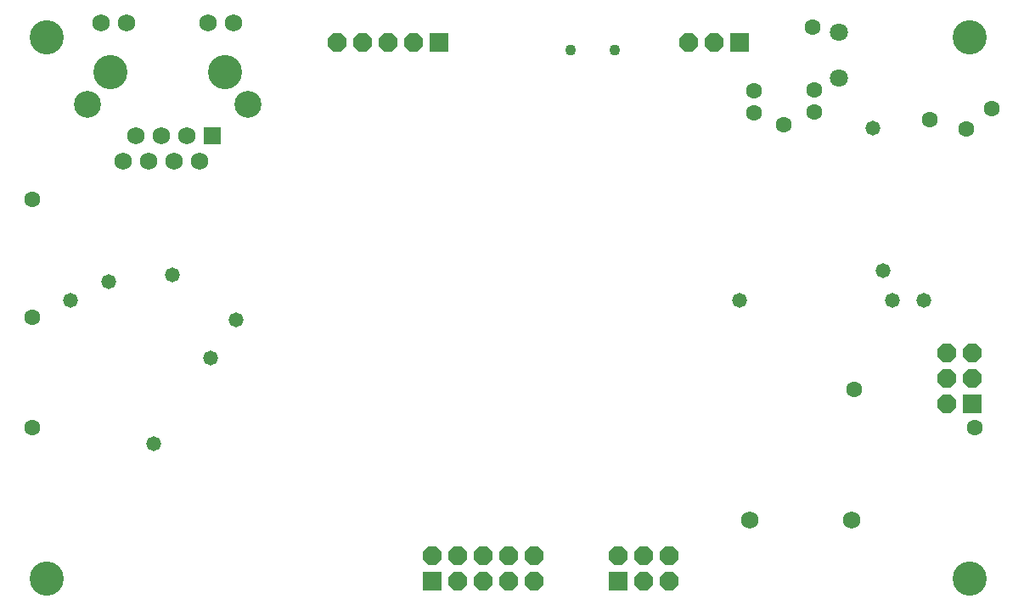
<source format=gbs>
G75*
G70*
%OFA0B0*%
%FSLAX24Y24*%
%IPPOS*%
%LPD*%
%AMOC8*
5,1,8,0,0,1.08239X$1,22.5*
%
%ADD10C,0.0710*%
%ADD11R,0.0680X0.0680*%
%ADD12C,0.0680*%
%ADD13C,0.1340*%
%ADD14C,0.1055*%
%ADD15C,0.0434*%
%ADD16R,0.0720X0.0720*%
%ADD17OC8,0.0720*%
%ADD18C,0.1340*%
%ADD19C,0.0580*%
%ADD20C,0.0630*%
D10*
X039077Y031068D03*
X039077Y032868D03*
D11*
X014449Y028794D03*
D12*
X013449Y028794D03*
X012449Y028794D03*
X011449Y028794D03*
X010949Y027794D03*
X011949Y027794D03*
X012949Y027794D03*
X013949Y027794D03*
X014299Y033224D03*
X015299Y033224D03*
X011099Y033224D03*
X010099Y033224D03*
X035550Y013721D03*
X039550Y013721D03*
D13*
X014949Y031294D03*
X010449Y031294D03*
D14*
X009549Y030044D03*
X015849Y030044D03*
D15*
X028534Y032179D03*
X030266Y032179D03*
D16*
X035156Y032475D03*
X023361Y032475D03*
X044302Y018286D03*
X030400Y011305D03*
X023101Y011305D03*
D17*
X024101Y011305D03*
X025101Y011305D03*
X026101Y011305D03*
X027101Y011305D03*
X027101Y012305D03*
X026101Y012305D03*
X025101Y012305D03*
X024101Y012305D03*
X023101Y012305D03*
X030400Y012305D03*
X031400Y012305D03*
X032400Y012305D03*
X032400Y011305D03*
X031400Y011305D03*
X043302Y018286D03*
X043302Y019286D03*
X044302Y019286D03*
X044302Y020286D03*
X043302Y020286D03*
X034156Y032475D03*
X033156Y032475D03*
X022361Y032475D03*
X021361Y032475D03*
X020361Y032475D03*
X019361Y032475D03*
D18*
X007975Y011412D03*
X007975Y032671D03*
X044195Y032671D03*
X044195Y011412D03*
D19*
X042400Y022337D03*
X041150Y022337D03*
X040804Y023518D03*
X035150Y022337D03*
X040410Y029099D03*
X015400Y021587D03*
X014400Y020087D03*
X010400Y023087D03*
X008900Y022337D03*
X012900Y023337D03*
X012150Y016712D03*
D20*
X007400Y017337D03*
X007410Y021667D03*
X007410Y026307D03*
X035725Y029721D03*
X035739Y030568D03*
X036905Y029233D03*
X038086Y029725D03*
X038093Y030604D03*
X038017Y033062D03*
X042619Y029427D03*
X044044Y029055D03*
X045071Y029859D03*
X039650Y018837D03*
X044400Y017337D03*
M02*

</source>
